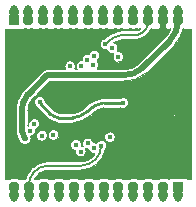
<source format=gbl>
G04*
G04 #@! TF.GenerationSoftware,Altium Limited,Altium Designer,21.0.3 (12)*
G04*
G04 Layer_Physical_Order=4*
G04 Layer_Color=16711680*
%FSLAX24Y24*%
%MOIN*%
G70*
G04*
G04 #@! TF.SameCoordinates,1E16EE85-DA87-49D5-AC5D-84A0441416AD*
G04*
G04*
G04 #@! TF.FilePolarity,Positive*
G04*
G01*
G75*
%ADD10C,0.0070*%
%ADD42C,0.0080*%
%ADD43C,0.0190*%
%ADD47C,0.0110*%
%ADD50C,0.0157*%
%ADD69R,0.0378X0.0378*%
%ADD70O,0.0348X0.0378*%
%ADD71C,0.0378*%
%ADD72C,0.0259*%
%ADD73C,0.0159*%
%ADD75C,0.0035*%
D10*
X2165Y1980D02*
G03*
X1544Y1280I47J-667D01*
G01*
X3290Y1980D02*
G03*
X3965Y2650I-6J681D01*
G01*
X2165Y1980D02*
X3290D01*
D42*
X5200Y6350D02*
G03*
X5532Y6820I-126J441D01*
G01*
X4710Y6350D02*
G03*
X4095Y6030I92J-927D01*
G01*
X4710Y6350D02*
X5200D01*
D43*
X1510Y4350D02*
G03*
X1310Y3805I728J-576D01*
G01*
X1310Y3150D02*
G03*
X1425Y2885I559J85D01*
G01*
X6250Y6145D02*
G03*
X6530Y6820I-729J698D01*
G01*
X4685Y4995D02*
G03*
X5335Y5230I27J943D01*
G01*
X2155Y4995D02*
X4685D01*
X1310Y3150D02*
Y3805D01*
X6031Y6459D02*
Y6820D01*
Y7095D01*
X5335Y5230D02*
X6250Y6145D01*
X1510Y4350D02*
X2155Y4995D01*
D47*
X3015Y3575D02*
G03*
X3510Y3790I-83J868D01*
G01*
X2260Y3715D02*
G03*
X2535Y3575I342J331D01*
G01*
X4040Y4070D02*
G03*
X3510Y3790I105J-841D01*
G01*
X4040Y4070D02*
X4690D01*
X2535Y3575D02*
X3015D01*
X1915Y4060D02*
Y4110D01*
Y4060D02*
X2260Y3715D01*
D50*
X6031Y6540D02*
Y6820D01*
D69*
X1040D02*
D03*
X6535Y1280D02*
D03*
D70*
X6031Y7095D02*
D03*
X5532D02*
D03*
X5033D02*
D03*
X4534D02*
D03*
X4035D02*
D03*
X3535D02*
D03*
X3036D02*
D03*
X2537D02*
D03*
X2038D02*
D03*
X1539D02*
D03*
X6530D02*
D03*
X1040D02*
D03*
X1544Y1005D02*
D03*
X2043D02*
D03*
X2542D02*
D03*
X3041D02*
D03*
X3540D02*
D03*
X4040D02*
D03*
X4539D02*
D03*
X5038D02*
D03*
X5537D02*
D03*
X6036D02*
D03*
X1045D02*
D03*
X6535D02*
D03*
D71*
X6530Y6820D02*
D03*
X6031D02*
D03*
X5532D02*
D03*
X5033D02*
D03*
X4534D02*
D03*
X4035D02*
D03*
X3535D02*
D03*
X3036D02*
D03*
X2537D02*
D03*
X2038D02*
D03*
X1539D02*
D03*
X1045Y1280D02*
D03*
X1544D02*
D03*
X2043D02*
D03*
X2542D02*
D03*
X3041D02*
D03*
X3540D02*
D03*
X4040D02*
D03*
X4539D02*
D03*
X5038D02*
D03*
X5537D02*
D03*
X6036D02*
D03*
D72*
X6031Y7205D02*
D03*
X5532D02*
D03*
X5033D02*
D03*
X4534D02*
D03*
X4035D02*
D03*
X3535D02*
D03*
X3036D02*
D03*
X2537D02*
D03*
X2038D02*
D03*
X1539D02*
D03*
X6530D02*
D03*
X1040D02*
D03*
X1544Y895D02*
D03*
X2043D02*
D03*
X2542D02*
D03*
X3041D02*
D03*
X3540D02*
D03*
X4040D02*
D03*
X4539D02*
D03*
X5038D02*
D03*
X5537D02*
D03*
X6036D02*
D03*
X1045D02*
D03*
X6535D02*
D03*
D73*
X3305Y5310D02*
D03*
X3700Y5345D02*
D03*
X3500Y5510D02*
D03*
X2925Y5300D02*
D03*
X2235Y5035D02*
D03*
X1915Y4110D02*
D03*
X1725Y3370D02*
D03*
X1590Y3140D02*
D03*
X1985Y2980D02*
D03*
X1425Y2885D02*
D03*
X2370Y3005D02*
D03*
X3115Y2675D02*
D03*
X3275Y2450D02*
D03*
X3515Y2720D02*
D03*
X3725Y2565D02*
D03*
X3965Y2650D02*
D03*
X870Y1670D02*
D03*
X860Y2345D02*
D03*
X855Y3020D02*
D03*
Y5085D02*
D03*
Y5760D02*
D03*
Y6425D02*
D03*
X1395Y5880D02*
D03*
X1875Y5725D02*
D03*
X4335Y5895D02*
D03*
X4095Y6030D02*
D03*
X3730Y5650D02*
D03*
X4530Y5605D02*
D03*
X5775Y6100D02*
D03*
X6785Y6325D02*
D03*
X6395Y5815D02*
D03*
X6590Y6010D02*
D03*
X6815Y5925D02*
D03*
X6810Y5585D02*
D03*
X6845Y5265D02*
D03*
X6820Y4930D02*
D03*
X6645Y5000D02*
D03*
X6235Y4725D02*
D03*
X5985Y4405D02*
D03*
X5675Y4340D02*
D03*
X5580Y4030D02*
D03*
X5930Y3980D02*
D03*
X6865Y4300D02*
D03*
X6890Y3925D02*
D03*
X6875Y3550D02*
D03*
X6890Y3180D02*
D03*
X6880Y2805D02*
D03*
X6890Y2415D02*
D03*
X6875Y2040D02*
D03*
X6880Y1655D02*
D03*
X6660Y1715D02*
D03*
X6655Y2040D02*
D03*
X6665Y2355D02*
D03*
X6630Y3070D02*
D03*
Y3715D02*
D03*
X6380Y2600D02*
D03*
X6230Y2915D02*
D03*
X5965Y3230D02*
D03*
X5695Y3240D02*
D03*
X5485Y3000D02*
D03*
X5765Y2805D02*
D03*
X5990Y2600D02*
D03*
X6395Y2150D02*
D03*
X6210Y2330D02*
D03*
X6635Y2720D02*
D03*
X6650Y4075D02*
D03*
X6210Y1655D02*
D03*
X5680Y1675D02*
D03*
X4550Y1655D02*
D03*
X4250Y2930D02*
D03*
X4690Y4070D02*
D03*
X6635Y3405D02*
D03*
X6505Y5440D02*
D03*
X2715Y4525D02*
D03*
X3040Y4540D02*
D03*
X3385Y4530D02*
D03*
X3715Y4535D02*
D03*
X2720Y4185D02*
D03*
X3175Y4205D02*
D03*
X3580Y4185D02*
D03*
X3220Y3900D02*
D03*
X2730Y3825D02*
D03*
X3475Y3500D02*
D03*
X3750Y3555D02*
D03*
X6045Y6445D02*
D03*
X1775Y6425D02*
D03*
X860Y4400D02*
D03*
X845Y3740D02*
D03*
X1245Y1665D02*
D03*
D75*
X1214Y1525D02*
G03*
X876Y1525I-169J-245D01*
G01*
X1438Y1558D02*
G03*
X1375Y1525I106J-278D01*
G01*
X1265Y2759D02*
G03*
X1628Y2885I160J126D01*
G01*
X2212Y1525D02*
G03*
X1874Y1525I-169J-245D01*
G01*
X2170Y1837D02*
G03*
X1731Y1525I41J-523D01*
G01*
X2155Y2123D02*
G03*
X1438Y1558I56J-810D01*
G01*
X1109Y3119D02*
G03*
X1265Y2759I760J116D01*
G01*
X1107Y3150D02*
G03*
X1109Y3119I203J0D01*
G01*
X1543Y3322D02*
G03*
X1513Y3311I47J-182D01*
G01*
X1913Y3370D02*
G03*
X1543Y3322I-188J0D01*
G01*
X1628Y2885D02*
G03*
X1616Y2954I-203J0D01*
G01*
D02*
G03*
X1778Y3140I-26J186D01*
G01*
X2173Y2980D02*
G03*
X2173Y2980I-188J0D01*
G01*
X1778Y3140D02*
G03*
X1772Y3188I-188J0D01*
G01*
D02*
G03*
X1913Y3370I-47J182D01*
G01*
X2711Y1525D02*
G03*
X2374Y1525I-169J-245D01*
G01*
X3210D02*
G03*
X2873Y1525I-169J-245D01*
G01*
X3091Y2489D02*
G03*
X3463Y2450I184J-39D01*
G01*
X2558Y3005D02*
G03*
X2558Y3005I-188J0D01*
G01*
X2144Y3601D02*
G03*
X2512Y3413I458J446D01*
G01*
X3303Y2675D02*
G03*
X3091Y2489I-188J0D01*
G01*
X3031Y3412D02*
G03*
X3618Y3668I-99J1031D01*
G01*
X1351Y4476D02*
G03*
X1107Y3812I887J-702D01*
G01*
X1663Y4215D02*
G03*
X1513Y3802I575J-441D01*
G01*
X1764Y3999D02*
G03*
X1800Y3945I151J61D01*
G01*
X1764Y3999D02*
G03*
X1800Y3944I151J61D01*
G01*
X2103Y4110D02*
G03*
X1764Y3999I-188J0D01*
G01*
X1414Y6550D02*
G03*
X1664Y6550I125J270D01*
G01*
X2141Y5198D02*
G03*
X2011Y5138I14J-203D01*
G01*
X2141Y5198D02*
G03*
X2011Y5139I14J-203D01*
G01*
X1913Y6550D02*
G03*
X2163Y6550I125J270D01*
G01*
X2328Y5198D02*
G03*
X2141Y5198I-93J-163D01*
G01*
X2378Y3828D02*
G03*
X2548Y3738I224J218D01*
G01*
X3083Y5198D02*
G03*
X3113Y5300I-158J102D01*
G01*
X3007Y3738D02*
G03*
X3395Y3906I-75J705D01*
G01*
X3113Y5300D02*
G03*
X2767Y5198I-188J0D01*
G01*
X3313Y5498D02*
G03*
X3154Y5198I-8J-188D01*
G01*
X2412Y6550D02*
G03*
X2662Y6550I125J270D01*
G01*
X2911D02*
G03*
X3161Y6550I125J270D01*
G01*
X3709Y1525D02*
G03*
X3372Y1525I-169J-245D01*
G01*
X3291Y1837D02*
G03*
X4095Y2515I-7J824D01*
G01*
X3290Y2123D02*
G03*
X3741Y2378I-6J538D01*
G01*
X3357Y2619D02*
G03*
X3299Y2636I-82J-169D01*
G01*
X3463Y2450D02*
G03*
X3433Y2551I-188J0D01*
G01*
X3299Y2636D02*
G03*
X3303Y2675I-184J39D01*
G01*
X3433Y2551D02*
G03*
X3540Y2534I82J169D01*
G01*
D02*
G03*
X3741Y2378I185J31D01*
G01*
X4208Y1525D02*
G03*
X3871Y1525I-169J-245D01*
G01*
X3799Y2738D02*
G03*
X3700Y2751I-74J-173D01*
G01*
X4095Y2515D02*
G03*
X4153Y2650I-130J135D01*
G01*
X3700Y2751D02*
G03*
X3357Y2619I-185J-31D01*
G01*
X4153Y2650D02*
G03*
X3799Y2738I-188J0D01*
G01*
X4020Y4232D02*
G03*
X3395Y3906I126J-1003D01*
G01*
X4051Y3907D02*
G03*
X3633Y3682I95J-678D01*
G01*
X4438Y2930D02*
G03*
X4438Y2930I-188J0D01*
G01*
X4707Y1525D02*
G03*
X4370Y1525I-169J-245D01*
G01*
X5206D02*
G03*
X4869Y1525I-169J-245D01*
G01*
X5706D02*
G03*
X5368Y1525I-169J-245D01*
G01*
X6205D02*
G03*
X5867Y1525I-169J-245D01*
G01*
X4597Y3907D02*
G03*
X4878Y4070I93J163D01*
G01*
D02*
G03*
X4597Y4233I-188J0D01*
G01*
X3817Y5198D02*
G03*
X3888Y5345I-117J147D01*
G01*
D02*
G03*
X3823Y5487I-188J0D01*
G01*
X3547Y5692D02*
G03*
X3313Y5498I-47J-182D01*
G01*
X3823Y5487D02*
G03*
X3918Y5650I-93J163D01*
G01*
D02*
G03*
X3547Y5692I-188J0D01*
G01*
X4152Y5851D02*
G03*
X4375Y5712I183J44D01*
G01*
D02*
G03*
X4718Y5605I155J-107D01*
G01*
X4523Y5895D02*
G03*
X4373Y6079I-188J0D01*
G01*
X4718Y5605D02*
G03*
X4490Y5788I-188J0D01*
G01*
D02*
G03*
X4523Y5895I-155J107D01*
G01*
X3411Y6550D02*
G03*
X3660Y6550I125J270D01*
G01*
X4069Y6216D02*
G03*
X4152Y5851I26J-186D01*
G01*
X3910Y6550D02*
G03*
X4159Y6550I125J270D01*
G01*
X4695Y6497D02*
G03*
X4069Y6216I107J-1074D01*
G01*
X4718Y6202D02*
G03*
X4373Y6079I84J-779D01*
G01*
X4409Y6550D02*
G03*
X4659Y6550I125J270D01*
G01*
X4691Y5198D02*
G03*
X5196Y5379I21J740D01*
G01*
X4682Y4792D02*
G03*
X5468Y5077I29J1146D01*
G01*
X5200Y6202D02*
G03*
X5241Y6207I0J148D01*
G01*
X4908Y6550D02*
G03*
X5158Y6550I125J270D01*
G01*
X5177Y6498D02*
G03*
X5270Y6550I-103J293D01*
G01*
X5241Y6207D02*
G03*
X5625Y6538I-167J584D01*
G01*
X6398Y6006D02*
G03*
X6698Y6550I-877J838D01*
G01*
X6104Y6287D02*
G03*
X6272Y6550I-584J556D01*
G01*
X5625Y6538D02*
G03*
X5657Y6550I-94J282D01*
G01*
X5906D02*
G03*
X6156Y6550I125J270D01*
G01*
X763Y1525D02*
X876D01*
X763Y1540D02*
X900D01*
X763Y1571D02*
X984D01*
X1214Y1525D02*
X1375D01*
X1229D02*
Y2809D01*
X1197Y1535D02*
Y2861D01*
X1260Y1525D02*
Y2766D01*
X1292Y1525D02*
Y2731D01*
X1323Y1525D02*
Y2709D01*
X763Y1603D02*
X1453D01*
X763Y1634D02*
X1466D01*
X1190Y1540D02*
X1399D01*
X1106Y1571D02*
X1442D01*
X763Y1666D02*
X1480D01*
X763Y1697D02*
X1496D01*
X1355Y1525D02*
Y2694D01*
X1386Y1532D02*
Y2685D01*
X1418Y1549D02*
Y2682D01*
X763Y1729D02*
X1514D01*
X763Y1760D02*
X1534D01*
X763Y1792D02*
X1556D01*
X763Y2737D02*
X1286D01*
X763Y2705D02*
X1330D01*
X763Y2768D02*
X1258D01*
X763Y2800D02*
X1236D01*
X763Y2831D02*
X1215D01*
X763Y2863D02*
X1197D01*
X763Y2894D02*
X1180D01*
X763Y1823D02*
X1580D01*
X763Y1855D02*
X1607D01*
X763Y1886D02*
X1637D01*
X763Y1918D02*
X1670D01*
X763Y1949D02*
X1707D01*
X763Y1981D02*
X1750D01*
X763Y2012D02*
X1799D01*
X763Y2044D02*
X1858D01*
X763Y2075D02*
X1932D01*
X763Y2107D02*
X2040D01*
X1731Y1525D02*
X1874D01*
X1738Y1540D02*
X1898D01*
X1764Y1525D02*
Y1588D01*
X1796Y1525D02*
Y1634D01*
X1754Y1571D02*
X1982D01*
X1827Y1525D02*
Y1671D01*
X1859Y1525D02*
Y1702D01*
X1890Y1535D02*
Y1729D01*
X1922Y1552D02*
Y1751D01*
X1953Y1564D02*
Y1770D01*
X1985Y1572D02*
Y1787D01*
X2016Y1576D02*
Y1801D01*
X2048Y1577D02*
Y1812D01*
X2079Y1575D02*
Y1821D01*
X2237Y1525D02*
Y1837D01*
X2174Y1547D02*
Y1837D01*
X2205Y1529D02*
Y1837D01*
X1449Y1592D02*
Y2683D01*
X1481Y1667D02*
Y2690D01*
X1512Y1725D02*
Y2701D01*
X1544Y1775D02*
Y2720D01*
X1575Y1817D02*
Y2748D01*
X1607Y1855D02*
Y2794D01*
X1621Y2831D02*
X1871D01*
X1827Y2028D02*
Y2878D01*
X1627Y2863D02*
X1838D01*
X1859Y2044D02*
Y2841D01*
X1922Y2071D02*
Y2803D01*
X1609Y2800D02*
X1933D01*
X2111Y1570D02*
Y1829D01*
X1953Y2083D02*
Y2795D01*
X2142Y1560D02*
Y1834D01*
X1890Y2059D02*
Y2818D01*
X1985Y2093D02*
Y2792D01*
X2016Y2101D02*
Y2795D01*
X2048Y2108D02*
Y2803D01*
X2079Y2114D02*
Y2818D01*
X2111Y2119D02*
Y2841D01*
X763Y1525D02*
Y6523D01*
X788Y1525D02*
Y6523D01*
X819Y1525D02*
Y6523D01*
X851Y1525D02*
Y6523D01*
X882Y1529D02*
Y6523D01*
X914Y1547D02*
Y6523D01*
X945Y1560D02*
Y6523D01*
X977Y1570D02*
Y6523D01*
X1008Y1575D02*
Y6523D01*
X1040Y1577D02*
Y6523D01*
X763Y2926D02*
X1165D01*
X763Y2957D02*
X1152D01*
X1166Y1552D02*
Y2924D01*
X1134Y1564D02*
Y3009D01*
X763Y2989D02*
X1141D01*
X763Y3020D02*
X1131D01*
X763Y3052D02*
X1123D01*
X1071Y1576D02*
Y6523D01*
X1103Y1572D02*
Y6523D01*
X763Y3146D02*
X1107D01*
X763Y3178D02*
X1107D01*
X763Y3209D02*
X1107D01*
X763Y3241D02*
X1107D01*
X763Y3272D02*
X1107D01*
X763Y3304D02*
X1107D01*
X763Y3335D02*
X1107D01*
Y3150D02*
Y3803D01*
X763Y3366D02*
X1107D01*
X763Y3398D02*
X1107D01*
X763Y3083D02*
X1115D01*
X763Y3115D02*
X1110D01*
X763Y3429D02*
X1107D01*
X1513D02*
X1547D01*
X763Y3461D02*
X1107D01*
X1513D02*
X1561D01*
X1513Y3311D02*
Y3802D01*
X1544Y3420D02*
Y3984D01*
X1624Y2926D02*
X1805D01*
X1638Y1888D02*
Y2959D01*
X1670Y1918D02*
Y2970D01*
X1632Y2957D02*
X1799D01*
X1701Y1944D02*
Y2989D01*
X1733Y1969D02*
Y3018D01*
X1764Y1991D02*
Y3070D01*
X1796Y2010D02*
Y3196D01*
X2142Y2122D02*
Y2877D01*
X1628Y2894D02*
X1818D01*
X2205Y2123D02*
Y2915D01*
X2237Y2123D02*
Y2873D01*
X2152Y2894D02*
X2218D01*
X1701Y2989D02*
X1797D01*
X1734Y3020D02*
X1802D01*
X2174Y2123D02*
Y3571D01*
X2165Y2926D02*
X2200D01*
X1756Y3052D02*
X1811D01*
X1769Y3083D02*
X1828D01*
X1776Y3115D02*
X1854D01*
X1778Y3146D02*
X1897D01*
X1827Y3082D02*
Y3213D01*
X1859Y3119D02*
Y3238D01*
X1890Y3142D02*
Y3281D01*
Y3459D02*
Y3854D01*
X1922Y3157D02*
Y3822D01*
X2116Y3115D02*
X2217D01*
X2142Y3083D02*
X2199D01*
X2142Y3083D02*
Y3602D01*
X2205Y3095D02*
Y3545D01*
X1953Y3165D02*
Y3791D01*
X1985Y3168D02*
Y3759D01*
X2016Y3165D02*
Y3728D01*
X2079Y3142D02*
Y3665D01*
X2048Y3157D02*
Y3696D01*
X2111Y3119D02*
Y3633D01*
X2188Y1540D02*
X2397D01*
X2104Y1571D02*
X2482D01*
X2212Y1525D02*
X2374D01*
X2268D02*
Y1837D01*
X2300Y1525D02*
Y1837D01*
X2331Y1525D02*
Y1837D01*
X2363Y1525D02*
Y1837D01*
X2394Y1538D02*
Y1837D01*
X2426Y1554D02*
Y1837D01*
X2457Y1565D02*
Y1837D01*
X1773Y1603D02*
X6945D01*
X1796Y1634D02*
X6945D01*
X1822Y1666D02*
X6945D01*
X1853Y1697D02*
X6945D01*
X1890Y1729D02*
X6945D01*
X1936Y1760D02*
X6945D01*
X2489Y1573D02*
Y1837D01*
X2520Y1577D02*
Y1837D01*
X2552Y1577D02*
Y1837D01*
X763Y2359D02*
X3111D01*
X763Y2390D02*
X3097D01*
X763Y2422D02*
X3089D01*
X763Y2453D02*
X3087D01*
X763Y2485D02*
X3090D01*
X763Y2516D02*
X3015D01*
X763Y2548D02*
X2977D01*
X763Y2579D02*
X2954D01*
X763Y2611D02*
X2939D01*
X763Y2642D02*
X2930D01*
X1995Y1792D02*
X6945D01*
X763Y2138D02*
X3410D01*
X2086Y1823D02*
X6945D01*
X2170Y1837D02*
X3289D01*
X2165Y2123D02*
X3290D01*
X763Y2170D02*
X3503D01*
X763Y2201D02*
X3563D01*
X763Y2233D02*
X3609D01*
X763Y2264D02*
X3248D01*
X763Y2327D02*
X3133D01*
X763Y2296D02*
X3168D01*
X2687Y1540D02*
X2896D01*
X2583Y1575D02*
Y1837D01*
X2711Y1525D02*
X2873D01*
X2678Y1545D02*
Y1837D01*
X2709Y1526D02*
Y1837D01*
X2741Y1525D02*
Y1837D01*
X2772Y1525D02*
Y1837D01*
X2804Y1525D02*
Y1837D01*
X2835Y1525D02*
Y1837D01*
X2867Y1525D02*
Y1837D01*
X2603Y1571D02*
X2981D01*
X3210Y1525D02*
X3372D01*
X2898Y1541D02*
Y1837D01*
X3186Y1540D02*
X3395D01*
X2930Y1556D02*
Y1837D01*
X3150Y1557D02*
Y1837D01*
X3213Y1525D02*
Y1837D01*
X3182Y1542D02*
Y1837D01*
X3245Y1525D02*
Y1837D01*
X2615Y1569D02*
Y1837D01*
X2646Y1559D02*
Y1837D01*
X2961Y1566D02*
Y1837D01*
X2993Y1573D02*
Y1837D01*
X3024Y1577D02*
Y1837D01*
X2930Y2123D02*
Y2644D01*
X2961Y2123D02*
Y2567D01*
X3056Y1577D02*
Y1837D01*
X2993Y2123D02*
Y2532D01*
X3024Y2123D02*
Y2511D01*
X3087Y1574D02*
Y1837D01*
X3102Y1571D02*
X3480D01*
X3119Y1567D02*
Y1837D01*
X3213Y2123D02*
Y2273D01*
X3245Y2123D02*
Y2265D01*
X3056Y2123D02*
Y2497D01*
X3087Y2123D02*
Y2489D01*
X3119Y2123D02*
Y2346D01*
X3150Y2123D02*
Y2310D01*
X3182Y2123D02*
Y2287D01*
X2300Y2123D02*
Y2831D01*
X2099Y2831D02*
X2299D01*
X2331Y2123D02*
Y2821D01*
X2363Y2123D02*
Y2817D01*
X2394Y2123D02*
Y2819D01*
X2132Y2863D02*
X2248D01*
X2073Y3146D02*
X2246D01*
X2268Y2123D02*
Y2847D01*
X2237Y3137D02*
Y3521D01*
X2426Y2123D02*
Y2826D01*
X763Y2674D02*
X2927D01*
X1520Y2705D02*
X2930D01*
X1564Y2737D02*
X2938D01*
X1591Y2768D02*
X2952D01*
X2037Y2800D02*
X2974D01*
X2441Y2831D02*
X3011D01*
X2457Y2123D02*
Y2839D01*
X2489Y2123D02*
Y2860D01*
X2492Y2863D02*
X3105D01*
X1774Y3178D02*
X2296D01*
X1903Y3429D02*
X2434D01*
X2457Y3171D02*
Y3424D01*
X2394Y3191D02*
Y3442D01*
X2426Y3184D02*
Y3432D01*
X2268Y3163D02*
Y3501D01*
X1889Y3461D02*
X2345D01*
X2300Y3179D02*
Y3483D01*
X2331Y3189D02*
Y3467D01*
X2363Y3193D02*
Y3453D01*
X1822Y3209D02*
X6945D01*
X1861Y3241D02*
X6945D01*
X2494Y3146D02*
X6945D01*
X2444Y3178D02*
X6945D01*
X1885Y3272D02*
X6945D01*
X1901Y3304D02*
X6945D01*
X1910Y3335D02*
X6945D01*
X1913Y3366D02*
X6945D01*
X2489Y3150D02*
Y3417D01*
X1911Y3398D02*
X6945D01*
X2520Y2123D02*
Y2892D01*
X2552Y2123D02*
Y2958D01*
X2583Y2123D02*
Y3412D01*
X2615Y2123D02*
Y3412D01*
X2646Y2123D02*
Y3412D01*
X2678Y2123D02*
Y3412D01*
X2709Y2123D02*
Y3412D01*
X2741Y2123D02*
Y3412D01*
X2772Y2123D02*
Y3412D01*
X2804Y2123D02*
Y3412D01*
X2835Y2123D02*
Y3412D01*
X2867Y2123D02*
Y3412D01*
X2898Y2123D02*
Y3412D01*
X3256Y2800D02*
X3345D01*
X2930Y2706D02*
Y3412D01*
X2961Y2783D02*
Y3412D01*
X3276Y2771D02*
Y3467D01*
X2993Y2818D02*
Y3412D01*
X3213Y2835D02*
Y3447D01*
X2552Y3052D02*
Y3412D01*
X2535D02*
X3015D01*
X3219Y2831D02*
X3364D01*
X3056Y2853D02*
Y3415D01*
X3125Y2863D02*
X3393D01*
X3087Y2861D02*
Y3419D01*
X3119Y2863D02*
Y3425D01*
X3245Y2811D02*
Y3456D01*
X3150Y2859D02*
Y3431D01*
X3182Y2851D02*
Y3438D01*
X2522Y2894D02*
X3444D01*
X2540Y2926D02*
X4062D01*
X2552Y2957D02*
X4064D01*
X2557Y2989D02*
X4072D01*
X2557Y3020D02*
X4085D01*
X2552Y3052D02*
X4107D01*
X2541Y3083D02*
X4141D01*
X2523Y3115D02*
X4215D01*
X3143Y3429D02*
X6945D01*
X3260Y3461D02*
X6945D01*
X763Y3492D02*
X1107D01*
X763Y3524D02*
X1107D01*
X763Y3555D02*
X1107D01*
X763Y3587D02*
X1107D01*
X763Y3618D02*
X1107D01*
X763Y3650D02*
X1107D01*
X763Y3681D02*
X1107D01*
X763Y3713D02*
X1107D01*
X763Y3744D02*
X1107D01*
X763Y3776D02*
X1107D01*
X1513Y3492D02*
X1583D01*
X1513Y3524D02*
X1617D01*
X1513Y3555D02*
X1695D01*
X1513Y3618D02*
X2126D01*
X1513Y3587D02*
X2157D01*
X1513Y3650D02*
X2094D01*
X1513Y3681D02*
X2063D01*
X1513Y3744D02*
X2000D01*
X1513Y3713D02*
X2031D01*
X763Y3839D02*
X1108D01*
X763Y3870D02*
X1110D01*
X763Y3902D02*
X1113D01*
X763Y3933D02*
X1118D01*
X763Y3965D02*
X1122D01*
X763Y3996D02*
X1128D01*
X763Y4028D02*
X1135D01*
X763Y4059D02*
X1143D01*
X763Y4091D02*
X1152D01*
X763Y4122D02*
X1161D01*
X763Y4154D02*
X1172D01*
X763Y4185D02*
X1184D01*
X763Y4217D02*
X1197D01*
X763Y4248D02*
X1211D01*
X763Y4280D02*
X1226D01*
X763Y4311D02*
X1242D01*
X763Y4343D02*
X1260D01*
X763Y4374D02*
X1279D01*
X763Y4406D02*
X1299D01*
X763Y4437D02*
X1321D01*
X763Y4469D02*
X1345D01*
X1575Y3483D02*
Y4069D01*
X1733Y3558D02*
Y4064D01*
X1827Y3527D02*
Y3917D01*
X1764Y3554D02*
Y3997D01*
X1796Y3544D02*
Y3948D01*
X1607Y3516D02*
Y4131D01*
X1638Y3537D02*
Y4182D01*
X1670Y3550D02*
Y4222D01*
X1701Y3556D02*
Y4254D01*
X1513Y3776D02*
X1968D01*
X1514Y3807D02*
X1937D01*
X1867Y3492D02*
X2282D01*
X1755Y3555D02*
X2192D01*
X1833Y3524D02*
X2233D01*
X1516Y3839D02*
X1905D01*
X1519Y3870D02*
X1874D01*
X1859Y3502D02*
Y3885D01*
X1524Y3902D02*
X1842D01*
X1800Y3944D02*
X2144Y3601D01*
X1548Y3996D02*
X1765D01*
X1559Y4028D02*
X1746D01*
X1571Y4059D02*
X1734D01*
X1586Y4091D02*
X1728D01*
X1602Y4122D02*
X1728D01*
X1620Y4154D02*
X1732D01*
X1641Y4185D02*
X1743D01*
X1733Y4156D02*
Y4285D01*
X1664Y4217D02*
X1761D01*
X1764Y4222D02*
Y4317D01*
X1531Y3933D02*
X1811D01*
X1538Y3965D02*
X1782D01*
X1696Y4248D02*
X1788D01*
X1796Y4255D02*
Y4348D01*
X1727Y4280D02*
X1835D01*
X1827Y4276D02*
Y4380D01*
X1859Y4289D02*
Y4411D01*
X1890Y4296D02*
Y4443D01*
X763Y4500D02*
X1373D01*
X763Y4532D02*
X1404D01*
X1134Y4025D02*
Y6523D01*
X1166Y4137D02*
Y6523D01*
X1197Y4219D02*
Y6523D01*
X1229Y4286D02*
Y6523D01*
X1260Y4344D02*
Y6523D01*
X1292Y4395D02*
Y6523D01*
X1323Y4440D02*
Y6523D01*
X1386Y4514D02*
Y6550D01*
X763Y4563D02*
X1436D01*
X763Y4595D02*
X1467D01*
X763Y4626D02*
X1499D01*
X763Y4658D02*
X1530D01*
X763Y4689D02*
X1562D01*
X1367Y4494D02*
X2011Y5138D01*
X1418Y4545D02*
Y6548D01*
X1449Y4577D02*
Y6536D01*
X1481Y4608D02*
Y6528D01*
X1512Y4640D02*
Y6524D01*
X763Y4721D02*
X1593D01*
X763Y4752D02*
X1625D01*
X763Y4784D02*
X1656D01*
X763Y4815D02*
X1688D01*
X763Y4847D02*
X1719D01*
X763Y6523D02*
X1337D01*
Y6550D02*
X1414D01*
X1544Y4671D02*
Y6523D01*
X1575Y4703D02*
Y6525D01*
X763Y4878D02*
X1751D01*
X763Y4910D02*
X1782D01*
X763Y4941D02*
X1814D01*
X763Y4973D02*
X1845D01*
X763Y5004D02*
X1877D01*
X763Y5036D02*
X1908D01*
X763Y5067D02*
X1940D01*
X763Y5099D02*
X1971D01*
X763Y5130D02*
X2003D01*
X763Y5162D02*
X2039D01*
X763Y5193D02*
X2110D01*
X1922Y4298D02*
Y4474D01*
X1607Y4734D02*
Y6530D01*
X2016Y4268D02*
Y4569D01*
X1953Y4294D02*
Y4506D01*
X1985Y4284D02*
Y4537D01*
X1638Y4766D02*
Y6540D01*
X1670Y4797D02*
Y6550D01*
X1701Y4829D02*
Y6550D01*
X1733Y4860D02*
Y6550D01*
X1764Y4892D02*
Y6550D01*
X2079Y4201D02*
Y4632D01*
X2048Y4243D02*
Y4600D01*
X2174Y4032D02*
Y4726D01*
X2111Y4095D02*
Y4663D01*
X2142Y4064D02*
Y4695D01*
X2205Y4001D02*
Y4758D01*
X1663Y4215D02*
X2239Y4792D01*
X2300Y3906D02*
Y4792D01*
X2237Y3969D02*
Y4789D01*
X2268Y3938D02*
Y4792D01*
X1796Y4923D02*
Y6550D01*
X1827Y4955D02*
Y6550D01*
X1859Y4986D02*
Y6550D01*
X1985Y5112D02*
Y6527D01*
X2016Y5144D02*
Y6523D01*
X1659Y6548D02*
X1919D01*
X1664Y6550D02*
X1913D01*
X1890Y5018D02*
Y6550D01*
X1922Y5049D02*
Y6546D01*
X1953Y5081D02*
Y6535D01*
X2048Y5168D02*
Y6523D01*
X2079Y5184D02*
Y6525D01*
X2111Y5193D02*
Y6532D01*
X2142Y5198D02*
Y6541D01*
X2174Y5213D02*
Y6550D01*
X2205Y5220D02*
Y6550D01*
X2237Y5223D02*
Y6550D01*
X2268Y5220D02*
Y6550D01*
X2241Y3965D02*
X3452D01*
X2209Y3996D02*
X3487D01*
X2335Y3870D02*
X3350D01*
X2304Y3902D02*
X3390D01*
X2272Y3933D02*
X3420D01*
X2103Y4103D02*
X2375Y3830D01*
X2146Y4059D02*
X3569D01*
X2363Y3843D02*
Y4792D01*
X2331Y3875D02*
Y4792D01*
X2178Y4028D02*
X3526D01*
X2087Y4185D02*
X3818D01*
X2069Y4217D02*
X3931D01*
X2115Y4091D02*
X3617D01*
X2102Y4122D02*
X3672D01*
X2098Y4154D02*
X3737D01*
X1759Y4311D02*
X6945D01*
X1790Y4343D02*
X6945D01*
X2042Y4248D02*
X4631D01*
X1995Y4280D02*
X6945D01*
X1822Y4374D02*
X6945D01*
X1853Y4406D02*
X6945D01*
X1885Y4437D02*
X6945D01*
X2239Y4792D02*
X4682D01*
X2328Y5198D02*
X2767D01*
X763Y5225D02*
X2753D01*
X763Y5256D02*
X2742D01*
X763Y5288D02*
X2738D01*
X763Y5319D02*
X2738D01*
X763Y5351D02*
X2744D01*
X1916Y4469D02*
X6945D01*
X1948Y4500D02*
X6945D01*
X1979Y4532D02*
X6945D01*
X2011Y4563D02*
X6945D01*
X2042Y4595D02*
X6945D01*
X2074Y4626D02*
X6945D01*
X2105Y4658D02*
X6945D01*
X2137Y4689D02*
X6945D01*
X2168Y4721D02*
X6945D01*
X2200Y4752D02*
X6945D01*
X2231Y4784D02*
X6945D01*
X2489Y3755D02*
Y4792D01*
X2520Y3744D02*
Y4792D01*
X2552Y3738D02*
Y4792D01*
X2583Y3738D02*
Y4792D01*
X2615Y3738D02*
Y4792D01*
X2646Y3738D02*
Y4792D01*
X2678Y3738D02*
Y4792D01*
X2709Y3738D02*
Y4792D01*
X2741Y3738D02*
Y4792D01*
X2520Y3744D02*
X3051D01*
X2548Y3738D02*
X3007D01*
X2772D02*
Y4792D01*
X2804Y3738D02*
Y4792D01*
X2835Y3738D02*
Y4792D01*
X2867Y3738D02*
Y4792D01*
X2898Y3738D02*
Y4792D01*
X2930Y3738D02*
Y4792D01*
X2961Y3738D02*
Y4792D01*
X2993Y3738D02*
Y4792D01*
X2394Y3812D02*
Y4792D01*
X2426Y3788D02*
Y4792D01*
X3024Y3740D02*
Y4792D01*
X2457Y3769D02*
Y4792D01*
X3056Y3745D02*
Y4792D01*
X3087Y3751D02*
Y4792D01*
X2741Y5198D02*
Y5264D01*
X3119Y3759D02*
Y4792D01*
Y5198D02*
Y5286D01*
X2400Y3807D02*
X3246D01*
X2367Y3839D02*
X3303D01*
X3150Y3769D02*
Y4792D01*
X2445Y3776D02*
X3171D01*
X3182Y3780D02*
Y4792D01*
X3097Y5225D02*
X3138D01*
X3083Y5198D02*
X3154D01*
X3213Y3792D02*
Y4792D01*
X3245Y3807D02*
Y4792D01*
X3276Y3823D02*
Y4792D01*
X763Y5382D02*
X2756D01*
X763Y5414D02*
X2776D01*
X763Y5445D02*
X2806D01*
X763Y5477D02*
X2861D01*
X763Y5508D02*
X3312D01*
X763Y5540D02*
X3315D01*
X763Y5571D02*
X3322D01*
X2300Y5211D02*
Y6550D01*
X2331Y5198D02*
Y6550D01*
X763Y5603D02*
X3337D01*
X763Y5634D02*
X3359D01*
X763Y5666D02*
X3395D01*
X763Y5697D02*
X3485D01*
X763Y5729D02*
X3559D01*
X763Y5760D02*
X3578D01*
X763Y5792D02*
X3607D01*
X763Y5823D02*
X3657D01*
X763Y5855D02*
X4028D01*
X763Y5918D02*
X3945D01*
X763Y5886D02*
X3974D01*
X763Y5949D02*
X3925D01*
X763Y5981D02*
X3914D01*
X763Y6012D02*
X3908D01*
X763Y6044D02*
X3908D01*
X763Y6075D02*
X3913D01*
X763Y6107D02*
X3924D01*
X763Y6138D02*
X3941D01*
X763Y6170D02*
X3969D01*
X2163Y6550D02*
X2412D01*
X2158Y6548D02*
X2418D01*
X763Y6201D02*
X4018D01*
X763Y6233D02*
X4087D01*
X763Y6264D02*
X4124D01*
X763Y6296D02*
X4166D01*
X763Y6327D02*
X4211D01*
X763Y6359D02*
X4263D01*
X763Y6390D02*
X4321D01*
X763Y6422D02*
X4391D01*
X763Y6453D02*
X4478D01*
X763Y6485D02*
X4604D01*
X763Y6516D02*
X5218D01*
X2363Y5198D02*
Y6550D01*
X2489Y5198D02*
Y6526D01*
X2520Y5198D02*
Y6523D01*
X2552Y5198D02*
Y6523D01*
X2583Y5198D02*
Y6526D01*
X2394Y5198D02*
Y6550D01*
X2426Y5198D02*
Y6544D01*
X2457Y5198D02*
Y6533D01*
X2615Y5198D02*
Y6533D01*
X2646Y5198D02*
Y6543D01*
X3094Y5382D02*
X3132D01*
X3087Y5395D02*
Y6527D01*
X3074Y5414D02*
X3148D01*
X2678Y5198D02*
Y6550D01*
X2709Y5198D02*
Y6550D01*
X2741Y5336D02*
Y6550D01*
X3119Y5334D02*
Y6534D01*
X2772Y5409D02*
Y6550D01*
X3150Y5416D02*
Y6545D01*
X2804Y5443D02*
Y6550D01*
X2835Y5465D02*
Y6550D01*
X2867Y5479D02*
Y6550D01*
X2993Y5475D02*
Y6526D01*
X2662Y6550D02*
X2911D01*
X2657Y6548D02*
X2917D01*
X2898Y5486D02*
Y6550D01*
X2930Y5488D02*
Y6542D01*
X2961Y5484D02*
Y6532D01*
X3024Y5459D02*
Y6523D01*
X2989Y5477D02*
X3219D01*
X3044Y5445D02*
X3175D01*
X3056Y5435D02*
Y6523D01*
X3182Y5452D02*
Y6550D01*
X3156Y6548D02*
X3416D01*
X3161Y6550D02*
X3411D01*
X3213Y5474D02*
Y6550D01*
X3245Y5488D02*
Y6550D01*
X3276Y5496D02*
Y6550D01*
Y1525D02*
Y1837D01*
X3308Y1525D02*
Y1837D01*
X3339Y1525D02*
Y1839D01*
X3371Y1525D02*
Y1841D01*
X3402Y1543D02*
Y1845D01*
X3276Y2123D02*
Y2262D01*
X3308Y2124D02*
Y2265D01*
X3339Y2126D02*
Y2273D01*
X3371Y2130D02*
Y2288D01*
X3402Y2136D02*
Y2312D01*
X3434Y1558D02*
Y1850D01*
X3465Y1568D02*
Y1857D01*
X3497Y1574D02*
Y1865D01*
X3528Y1577D02*
Y1874D01*
X3560Y1577D02*
Y1884D01*
X3434Y2144D02*
Y2350D01*
X3465Y2155D02*
Y2539D01*
X3451Y2516D02*
X3544D01*
X3497Y2167D02*
Y2533D01*
X3528Y2182D02*
Y2533D01*
X3300Y2642D02*
X3344D01*
X3278Y2768D02*
X3333D01*
X3303Y2674D02*
X3333D01*
X3292Y2737D02*
X3328D01*
X3302Y2264D02*
X3647D01*
X3382Y2296D02*
X3679D01*
X3417Y2327D02*
X3706D01*
X3453Y2390D02*
X3657D01*
X3439Y2359D02*
X3729D01*
X3461Y2422D02*
X3604D01*
X3463Y2453D02*
X3574D01*
X3460Y2485D02*
X3555D01*
X3560Y2199D02*
Y2476D01*
X3654Y1555D02*
Y1924D01*
X3686Y1540D02*
X3895D01*
X3709Y1525D02*
X3871D01*
X3686Y1540D02*
Y1941D01*
X3717Y1525D02*
Y1960D01*
X3749Y1525D02*
Y1980D01*
X3780Y1525D02*
Y2003D01*
X3812Y1525D02*
Y2027D01*
X3843Y1525D02*
Y2055D01*
X3875Y1528D02*
Y2086D01*
X3906Y1546D02*
Y2120D01*
X4208Y1525D02*
X4370D01*
X4253D02*
Y2742D01*
X4185Y1540D02*
X4394D01*
X4221Y1525D02*
Y2744D01*
X4158Y1553D02*
Y2766D01*
X4284Y1525D02*
Y2745D01*
X4316Y1525D02*
Y2754D01*
X4347Y1525D02*
Y2769D01*
X3591Y1573D02*
Y1896D01*
X3623Y1566D02*
Y1909D01*
X3938Y1559D02*
Y2158D01*
X3623Y2243D02*
Y2408D01*
X3654Y2271D02*
Y2391D01*
X3591Y2219D02*
Y2433D01*
X3686Y2303D02*
Y2381D01*
X3717Y2342D02*
Y2377D01*
X3697Y2768D02*
X3819D01*
X3601Y1571D02*
X3979D01*
X3969Y1569D02*
Y2202D01*
X4001Y1575D02*
Y2253D01*
X4032Y1577D02*
Y2314D01*
X4100Y1571D02*
X4478D01*
X4064Y1577D02*
Y2393D01*
X4095Y1572D02*
Y2513D01*
X4190Y1537D02*
Y2752D01*
X4127Y1564D02*
Y2554D01*
X4111Y2768D02*
X4155D01*
X3308Y2635D02*
Y3478D01*
X3339Y2786D02*
Y3491D01*
X3371Y2840D02*
Y3505D01*
X3402Y2870D02*
Y3521D01*
X3434Y2889D02*
Y3537D01*
X3465Y2901D02*
Y3556D01*
X3654Y2846D02*
Y3705D01*
X3497Y2907D02*
Y3575D01*
X3591Y2892D02*
Y3645D01*
X3637Y2863D02*
X4075D01*
X3586Y2894D02*
X4066D01*
X3685Y2800D02*
X3851D01*
X3666Y2831D02*
X3915D01*
X3717Y2753D02*
Y3763D01*
X3686Y2798D02*
Y3736D01*
X3780Y2745D02*
Y3808D01*
X3749Y2751D02*
Y3787D01*
X3812Y2758D02*
Y3826D01*
X3308Y3842D02*
Y4792D01*
X3339Y3863D02*
Y4792D01*
X3528Y2907D02*
Y3597D01*
X3371Y3886D02*
Y4792D01*
X3560Y2902D02*
Y3620D01*
X3402Y3914D02*
Y4792D01*
X3434Y3947D02*
Y4792D01*
X3465Y3977D02*
Y4792D01*
X3497Y4004D02*
Y4792D01*
X3528Y4030D02*
Y4792D01*
X3560Y4053D02*
Y4792D01*
X3591Y4074D02*
Y4792D01*
X3623Y4094D02*
Y4792D01*
X3654Y4112D02*
Y4792D01*
X3686Y4129D02*
Y4792D01*
X3717Y4145D02*
Y4792D01*
X3749Y4159D02*
Y4792D01*
X3780Y4172D02*
Y4792D01*
X3812Y4183D02*
Y4792D01*
X3843Y2793D02*
Y3843D01*
X3875Y2815D02*
Y3857D01*
X4127Y2746D02*
Y2788D01*
X4095Y2785D02*
Y2824D01*
X4015Y2831D02*
X4090D01*
X3906Y2828D02*
Y3870D01*
X3938Y2836D02*
Y3881D01*
X3969Y2838D02*
Y3890D01*
X4001Y2834D02*
Y3898D01*
X4032Y2825D02*
Y3904D01*
X4079Y2800D02*
X4115D01*
X4379Y1531D02*
Y2793D01*
X4410Y1548D02*
Y2832D01*
X4442Y1561D02*
Y3907D01*
X4473Y1570D02*
Y3907D01*
X4505Y1576D02*
Y3907D01*
X4536Y1577D02*
Y3907D01*
X4568Y1576D02*
Y3907D01*
X4599Y1571D02*
Y3906D01*
X4064Y2810D02*
Y2907D01*
X3843Y4194D02*
Y4792D01*
X4064Y2953D02*
Y3907D01*
X4095Y3036D02*
Y3907D01*
X4127Y3072D02*
Y3907D01*
X3875Y4203D02*
Y4792D01*
X3906Y4211D02*
Y4792D01*
X3938Y4218D02*
Y4792D01*
X3969Y4224D02*
Y4792D01*
X4001Y4229D02*
Y4792D01*
X4158Y3094D02*
Y3907D01*
X4021Y3902D02*
X4606D01*
X4190Y3108D02*
Y3907D01*
X4221Y3116D02*
Y3907D01*
X4253Y3118D02*
Y3907D01*
X4284Y3115D02*
Y3907D01*
X4316Y3106D02*
Y3907D01*
X4051D02*
X4597D01*
X4410Y3028D02*
Y3907D01*
X4347Y3091D02*
Y3907D01*
X4379Y3067D02*
Y3907D01*
X3455Y1855D02*
X6945D01*
X3566Y1886D02*
X6945D01*
X3641Y1918D02*
X6945D01*
X3700Y1949D02*
X6945D01*
X3750Y1981D02*
X6945D01*
X3793Y2012D02*
X6945D01*
X3830Y2044D02*
X6945D01*
X3864Y2075D02*
X6945D01*
X3894Y2107D02*
X6945D01*
X3921Y2138D02*
X6945D01*
X3946Y2170D02*
X6945D01*
X3968Y2201D02*
X6945D01*
X3988Y2233D02*
X6945D01*
X4007Y2264D02*
X6945D01*
X4023Y2296D02*
X6945D01*
X4038Y2327D02*
X6945D01*
X4051Y2359D02*
X6945D01*
X4063Y2390D02*
X6945D01*
X4073Y2422D02*
X6945D01*
X4082Y2453D02*
X6945D01*
X4089Y2485D02*
X6945D01*
X4097Y2516D02*
X6945D01*
X4122Y2548D02*
X6945D01*
X4139Y2579D02*
X6945D01*
X4149Y2611D02*
X6945D01*
X4132Y2737D02*
X6945D01*
X3342Y3492D02*
X6945D01*
X4153Y2642D02*
X6945D01*
X4151Y2674D02*
X6945D01*
X4145Y2705D02*
X6945D01*
X3409Y3524D02*
X6945D01*
X3465Y3555D02*
X6945D01*
X3514Y3587D02*
X6945D01*
X3558Y3618D02*
X6945D01*
X3598Y3650D02*
X6945D01*
X3662Y3713D02*
X6945D01*
X3695Y3744D02*
X6945D01*
X3734Y3776D02*
X6945D01*
X3780Y3807D02*
X6945D01*
X3835Y3839D02*
X6945D01*
X3907Y3870D02*
X6945D01*
X4707Y1525D02*
X4869D01*
X4684Y1540D02*
X4893D01*
X5206Y1525D02*
X5368D01*
X4662Y1551D02*
Y3884D01*
X4693Y1534D02*
Y3882D01*
X4725Y1525D02*
Y3885D01*
X4756Y1525D02*
Y3894D01*
X4788Y1525D02*
Y3910D01*
X5183Y1540D02*
X5392D01*
X5682D02*
X5891D01*
X5706Y1525D02*
X5867D01*
X6205D02*
X6238D01*
X6181Y1540D02*
X6238D01*
Y1525D02*
Y1577D01*
X6832Y1525D02*
Y1577D01*
Y1525D02*
X6945D01*
X4599Y1571D02*
X4977D01*
X5098D02*
X5476D01*
X6832Y1540D02*
X6945D01*
X5598Y1571D02*
X5975D01*
X6097D02*
X6238D01*
X4345Y2768D02*
X6945D01*
X4385Y2800D02*
X6945D01*
X4630Y1563D02*
Y3892D01*
X6238Y1577D02*
X6832D01*
Y1571D02*
X6945D01*
X4410Y2831D02*
X6945D01*
X4425Y2863D02*
X6945D01*
X4434Y2894D02*
X6945D01*
X4438Y2926D02*
X6945D01*
X4436Y2957D02*
X6945D01*
X4393Y3052D02*
X6945D01*
X4359Y3083D02*
X6945D01*
X4285Y3115D02*
X6945D01*
X4428Y2989D02*
X6945D01*
X4415Y3020D02*
X6945D01*
X4774Y3902D02*
X6945D01*
X4819Y1525D02*
Y3934D01*
X4851Y1525D02*
Y3973D01*
X4882Y1534D02*
Y4804D01*
X4914Y1551D02*
Y4809D01*
X4945Y1563D02*
Y4815D01*
X4977Y1571D02*
Y4823D01*
X5008Y1576D02*
Y4830D01*
X5040Y1577D02*
Y4839D01*
X5071Y1576D02*
Y4849D01*
X5103Y1570D02*
Y4860D01*
X5166Y1548D02*
Y4885D01*
X5134Y1561D02*
Y4872D01*
X5229Y1525D02*
Y4915D01*
X5197Y1531D02*
Y4899D01*
X5260Y1525D02*
Y4931D01*
X5292Y1525D02*
Y4949D01*
X5323Y1525D02*
Y4968D01*
X5355Y1525D02*
Y4989D01*
X5386Y1537D02*
Y5011D01*
X5418Y1553D02*
Y5035D01*
X4040Y4233D02*
X4597D01*
X4819Y4206D02*
Y4796D01*
X4851Y4167D02*
Y4800D01*
X5449Y1564D02*
Y5060D01*
X5481Y1572D02*
Y5088D01*
X5512Y1576D02*
Y5120D01*
X5544Y1577D02*
Y5151D01*
X5575Y1575D02*
Y5183D01*
X4819Y3933D02*
X6945D01*
X4846Y3965D02*
X6945D01*
X4863Y3996D02*
X6945D01*
X4873Y4028D02*
X6945D01*
X4877Y4059D02*
X6945D01*
X4877Y4091D02*
X6945D01*
X4858Y4154D02*
X6945D01*
X4838Y4185D02*
X6945D01*
X5607Y1569D02*
Y5214D01*
X5638Y1560D02*
Y5246D01*
X4870Y4122D02*
X6945D01*
X5670Y1546D02*
Y5277D01*
X5701Y1528D02*
Y5309D01*
X5733Y1525D02*
Y5340D01*
X5764Y1525D02*
Y5372D01*
X5796Y1525D02*
Y5403D01*
X5827Y1525D02*
Y5435D01*
X5859Y1525D02*
Y5466D01*
X5890Y1539D02*
Y5498D01*
X5922Y1555D02*
Y5529D01*
X5953Y1566D02*
Y5561D01*
X6142Y1558D02*
Y5750D01*
X5985Y1573D02*
Y5592D01*
X6205Y1525D02*
Y5813D01*
X6174Y1544D02*
Y5781D01*
X6237Y1525D02*
Y5844D01*
X6835Y1525D02*
Y6550D01*
X6867Y1525D02*
Y6550D01*
X6898Y1525D02*
Y6550D01*
X6930Y1525D02*
Y6550D01*
X6945Y1525D02*
Y6550D01*
X6016Y1577D02*
Y5624D01*
X6048Y1577D02*
Y5655D01*
X6079Y1574D02*
Y5687D01*
X6111Y1568D02*
Y5718D01*
X6268Y1577D02*
Y5876D01*
X6300Y1577D02*
Y5907D01*
X6331Y1577D02*
Y5939D01*
X6363Y1577D02*
Y5970D01*
X6426Y1577D02*
Y6036D01*
X6457Y1577D02*
Y6073D01*
X6489Y1577D02*
Y6112D01*
X6520Y1577D02*
Y6156D01*
X6552Y1577D02*
Y6204D01*
X6583Y1577D02*
Y6258D01*
X6615Y1577D02*
Y6320D01*
X6646Y1577D02*
Y6391D01*
X6678Y1577D02*
Y6479D01*
X6709Y1577D02*
Y6550D01*
X6741Y1577D02*
Y6550D01*
X6772Y1577D02*
Y6550D01*
X6804Y1577D02*
Y6550D01*
X3875Y5198D02*
Y5276D01*
X4064Y4233D02*
Y4792D01*
X3906Y5198D02*
Y5585D01*
X4095Y4233D02*
Y4792D01*
X3938Y5198D02*
Y5928D01*
X3969Y5198D02*
Y5891D01*
X4001Y5198D02*
Y5868D01*
X4032Y5198D02*
Y5853D01*
X4064Y5198D02*
Y5845D01*
X4127Y4233D02*
Y4792D01*
X3817Y5198D02*
X4684D01*
X4158Y4233D02*
Y4792D01*
X4190Y4233D02*
Y4792D01*
X4221Y4233D02*
Y4792D01*
X4095Y5198D02*
Y5842D01*
X3844Y5225D02*
X4909D01*
X4127Y5198D02*
Y5845D01*
X4158Y5198D02*
Y5832D01*
X4190Y5198D02*
Y5776D01*
X3875Y5414D02*
Y5530D01*
X3843Y5467D02*
Y5500D01*
X3515Y5697D02*
X3548D01*
X3882Y5760D02*
X4204D01*
X3853Y5792D02*
X4178D01*
X3803Y5823D02*
X4161D01*
X3859Y5445D02*
X4431D01*
X3834Y5477D02*
X4393D01*
X3853Y5508D02*
X4369D01*
X3882Y5540D02*
X4354D01*
X3900Y5571D02*
X4345D01*
X3912Y5603D02*
X4342D01*
X3917Y5634D02*
X4344D01*
X3917Y5666D02*
X4352D01*
X3912Y5697D02*
X4366D01*
X3901Y5729D02*
X4248D01*
X4253Y4233D02*
Y4792D01*
X4284Y4233D02*
Y4792D01*
X4316Y4233D02*
Y4792D01*
X4347Y4233D02*
Y4792D01*
X4379Y4233D02*
Y4792D01*
X4221Y5198D02*
Y5746D01*
X4253Y5198D02*
Y5726D01*
X4410Y4233D02*
Y4792D01*
X4442Y4233D02*
Y4792D01*
X4473Y4233D02*
Y4792D01*
X4505Y4233D02*
Y4792D01*
X4536Y4233D02*
Y4792D01*
X4568Y4233D02*
Y4792D01*
X4599Y4234D02*
Y4792D01*
X4630Y4248D02*
Y4792D01*
X4662Y4256D02*
Y4792D01*
X4693Y4258D02*
Y4792D01*
X4788Y4230D02*
Y4794D01*
X4725Y4255D02*
Y4791D01*
X4756Y4246D02*
Y4792D01*
X4347Y5198D02*
Y5563D01*
X4379Y5198D02*
Y5494D01*
X4410Y5198D02*
Y5461D01*
X4442Y5198D02*
Y5439D01*
X4473Y5198D02*
Y5426D01*
X4284Y5198D02*
Y5714D01*
X4316Y5198D02*
Y5708D01*
X4347Y5647D02*
Y5708D01*
X4410Y6067D02*
Y6101D01*
X4442Y6050D02*
Y6119D01*
X4505Y5198D02*
Y5419D01*
X4536Y5198D02*
Y5417D01*
X4568Y5198D02*
Y5421D01*
X4599Y5198D02*
Y5430D01*
X4630Y5198D02*
Y5446D01*
X4662Y5198D02*
Y5471D01*
X4693Y5198D02*
Y5513D01*
X3308Y5498D02*
Y6550D01*
X3497Y5698D02*
Y6525D01*
X3528Y5696D02*
Y6523D01*
X3560Y5729D02*
Y6524D01*
X3591Y5776D02*
Y6528D01*
X3339Y5607D02*
Y6550D01*
X3371Y5646D02*
Y6550D01*
X3402Y5670D02*
Y6550D01*
X3434Y5686D02*
Y6540D01*
X3465Y5695D02*
Y6531D01*
X3623Y5804D02*
Y6536D01*
X3654Y5822D02*
Y6547D01*
X3686Y5832D02*
Y6550D01*
X3717Y5837D02*
Y6550D01*
X3749Y5837D02*
Y6550D01*
X3812Y5819D02*
Y6550D01*
X3780Y5831D02*
Y6550D01*
X3906Y5715D02*
Y6550D01*
X3843Y5800D02*
Y6550D01*
X3875Y5770D02*
Y6550D01*
X3660D02*
X3910D01*
X4001Y6192D02*
Y6524D01*
X4032Y6207D02*
Y6523D01*
X4064Y6215D02*
Y6524D01*
X3938Y6132D02*
Y6539D01*
X3655Y6548D02*
X3915D01*
X3969Y6169D02*
Y6530D01*
X4095Y6240D02*
Y6529D01*
X4127Y6266D02*
Y6537D01*
X4158Y6290D02*
Y6549D01*
X4190Y6313D02*
Y6550D01*
X4221Y6333D02*
Y6550D01*
X4159D02*
X4409D01*
X4154Y6548D02*
X4414D01*
X4253Y6353D02*
Y6550D01*
X4284Y6371D02*
Y6550D01*
X4316Y6387D02*
Y6550D01*
X4505Y5976D02*
Y6148D01*
X4473Y6022D02*
Y6134D01*
X4536Y5793D02*
Y6160D01*
X4568Y5789D02*
Y6170D01*
X4599Y5780D02*
Y6180D01*
X4347Y6402D02*
Y6550D01*
X4379Y6416D02*
Y6550D01*
X4693Y5697D02*
Y6199D01*
X4630Y5764D02*
Y6187D01*
X4662Y5739D02*
Y6194D01*
X4725Y5198D02*
Y6202D01*
X4756Y5199D02*
Y6202D01*
X4788Y5202D02*
Y6202D01*
X4819Y5206D02*
Y6202D01*
X4851Y5211D02*
Y6202D01*
X4882Y5218D02*
Y6202D01*
X4914Y5226D02*
Y6202D01*
X4945Y5236D02*
Y6202D01*
X4977Y5247D02*
Y6202D01*
X4410Y6429D02*
Y6549D01*
X4442Y6441D02*
Y6537D01*
X4505Y6461D02*
Y6524D01*
X4536Y6470D02*
Y6523D01*
X4568Y6477D02*
Y6524D01*
X4473Y6452D02*
Y6529D01*
X4599Y6484D02*
Y6530D01*
X4630Y6489D02*
Y6539D01*
X4662Y6494D02*
Y6550D01*
X4693Y6497D02*
Y6550D01*
X4725Y6498D02*
Y6550D01*
X4756Y6498D02*
Y6550D01*
X4788Y6498D02*
Y6550D01*
X4819Y6498D02*
Y6550D01*
X4851Y6498D02*
Y6550D01*
X4659D02*
X4908D01*
X4653Y6548D02*
X4913D01*
X4882Y6498D02*
Y6550D01*
X4914Y6498D02*
Y6547D01*
X4945Y6498D02*
Y6536D01*
X3866Y5256D02*
X5000D01*
X3879Y5288D02*
X5065D01*
X3886Y5319D02*
X5118D01*
X3888Y5351D02*
X5162D01*
X3884Y5382D02*
X5200D01*
X3875Y5414D02*
X5231D01*
X5008Y5260D02*
Y6202D01*
X5040Y5275D02*
Y6202D01*
X5071Y5291D02*
Y6202D01*
X4807Y4217D02*
X6945D01*
X4749Y4248D02*
X6945D01*
X4945Y4815D02*
X6945D01*
X5064Y4847D02*
X6945D01*
X5149Y4878D02*
X6945D01*
X4629Y5445D02*
X5263D01*
X5219Y4910D02*
X6945D01*
X4667Y5477D02*
X5294D01*
X4691Y5508D02*
X5326D01*
X4706Y5540D02*
X5357D01*
X4708Y5666D02*
X5483D01*
X4715Y5571D02*
X5389D01*
X4718Y5603D02*
X5420D01*
X4716Y5634D02*
X5452D01*
X4550Y5792D02*
X5609D01*
X4509Y5823D02*
X5641D01*
X4694Y5697D02*
X5515D01*
X4671Y5729D02*
X5546D01*
X4636Y5760D02*
X5578D01*
X4518Y5855D02*
X5672D01*
X4523Y5886D02*
X5704D01*
X4521Y5918D02*
X5735D01*
X4515Y5949D02*
X5767D01*
X4502Y5981D02*
X5798D01*
X4450Y6044D02*
X5861D01*
X4388Y6075D02*
X5893D01*
X4419Y6107D02*
X5924D01*
X4482Y6012D02*
X5830D01*
X4482Y6138D02*
X5956D01*
X4565Y6170D02*
X5987D01*
X5278Y4941D02*
X6945D01*
X5331Y4973D02*
X6945D01*
X5377Y5004D02*
X6945D01*
X5419Y5036D02*
X6945D01*
X5458Y5067D02*
X6945D01*
X5479Y5086D02*
X6394Y6001D01*
X5491Y5099D02*
X6945D01*
X5523Y5130D02*
X6945D01*
X5554Y5162D02*
X6945D01*
X5586Y5193D02*
X6945D01*
X5617Y5225D02*
X6945D01*
X5649Y5256D02*
X6945D01*
X5680Y5288D02*
X6945D01*
X5712Y5319D02*
X6945D01*
X5743Y5351D02*
X6945D01*
X5775Y5382D02*
X6945D01*
X5806Y5414D02*
X6945D01*
X5838Y5445D02*
X6945D01*
X5869Y5477D02*
X6945D01*
X5901Y5508D02*
X6945D01*
X5932Y5540D02*
X6945D01*
X5964Y5571D02*
X6945D01*
X5995Y5603D02*
X6945D01*
X6027Y5634D02*
X6945D01*
X6058Y5666D02*
X6945D01*
X6090Y5697D02*
X6945D01*
X6121Y5729D02*
X6945D01*
X6153Y5760D02*
X6945D01*
X6184Y5792D02*
X6945D01*
X6216Y5823D02*
X6945D01*
X6247Y5855D02*
X6945D01*
X6279Y5886D02*
X6945D01*
X6310Y5918D02*
X6945D01*
X6342Y5949D02*
X6945D01*
X6373Y5981D02*
X6945D01*
X6404Y6012D02*
X6945D01*
X6433Y6044D02*
X6945D01*
X6459Y6075D02*
X6945D01*
X6484Y6107D02*
X6945D01*
X6508Y6138D02*
X6945D01*
X6529Y6170D02*
X6945D01*
X5103Y5310D02*
Y6202D01*
X4718D02*
X5200D01*
X5134Y5331D02*
Y6202D01*
X5166Y5354D02*
Y6202D01*
X5197Y5380D02*
Y6202D01*
X5229Y5411D02*
Y6205D01*
X5260Y5443D02*
Y6213D01*
X5292Y5474D02*
Y6225D01*
X5323Y5506D02*
Y6238D01*
X5355Y5537D02*
Y6253D01*
X5196Y5379D02*
X6104Y6287D01*
X4712Y6201D02*
X6019D01*
X5386Y5569D02*
Y6271D01*
X5418Y5600D02*
Y6291D01*
X5449Y5632D02*
Y6314D01*
X5481Y5663D02*
Y6341D01*
X5512Y5695D02*
Y6371D01*
X5544Y5726D02*
Y6407D01*
X5575Y5758D02*
Y6449D01*
X5607Y5789D02*
Y6501D01*
X4710Y6498D02*
X5177D01*
X5103D02*
Y6531D01*
X5134Y6498D02*
Y6540D01*
X5166Y6498D02*
Y6550D01*
X5158D02*
X5270D01*
X5197Y6506D02*
Y6550D01*
X5152Y6548D02*
X5267D01*
X5312Y6233D02*
X6050D01*
X5375Y6264D02*
X6082D01*
X5425Y6296D02*
X6113D01*
X5465Y6327D02*
X6140D01*
X5500Y6359D02*
X6165D01*
X5530Y6390D02*
X6188D01*
X5555Y6422D02*
X6208D01*
X5578Y6453D02*
X6226D01*
X5598Y6485D02*
X6243D01*
X5615Y6516D02*
X6258D01*
X5638Y5821D02*
Y6542D01*
X5670Y5852D02*
Y6550D01*
X5701Y5884D02*
Y6550D01*
X5733Y5915D02*
Y6550D01*
X5764Y5947D02*
Y6550D01*
X5796Y5978D02*
Y6550D01*
X5827Y6010D02*
Y6550D01*
X5859Y6041D02*
Y6550D01*
X5890Y6073D02*
Y6550D01*
X5922Y6104D02*
Y6543D01*
X5985Y6167D02*
Y6526D01*
X6016Y6199D02*
Y6523D01*
X6550Y6201D02*
X6945D01*
X6569Y6233D02*
X6945D01*
X6586Y6264D02*
X6945D01*
X5953Y6136D02*
Y6533D01*
X6048Y6230D02*
Y6523D01*
X6079Y6262D02*
Y6526D01*
X6111Y6294D02*
Y6533D01*
X5657Y6550D02*
X5906D01*
X6142Y6330D02*
Y6544D01*
X5651Y6548D02*
X5911D01*
X6174Y6370D02*
Y6550D01*
X6205Y6417D02*
Y6550D01*
X6237Y6473D02*
Y6550D01*
X6156D02*
X6272D01*
X6603Y6296D02*
X6945D01*
X6618Y6327D02*
X6945D01*
X6633Y6359D02*
X6945D01*
X6646Y6390D02*
X6945D01*
X6658Y6422D02*
X6945D01*
X6669Y6453D02*
X6945D01*
X6150Y6548D02*
X6271D01*
X6679Y6485D02*
X6945D01*
X6689Y6516D02*
X6945D01*
X6698Y6550D02*
X6945D01*
X6697Y6548D02*
X6945D01*
M02*

</source>
